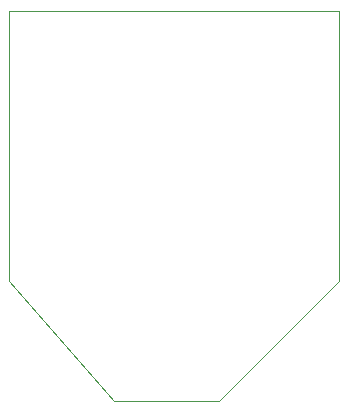
<source format=gm1>
G04 #@! TF.GenerationSoftware,KiCad,Pcbnew,6.0.7+dfsg-1build1*
G04 #@! TF.CreationDate,2022-12-04T12:17:57+01:00*
G04 #@! TF.ProjectId,rfm9xw,72666d39-7877-42e6-9b69-6361645f7063,1*
G04 #@! TF.SameCoordinates,Original*
G04 #@! TF.FileFunction,Profile,NP*
%FSLAX46Y46*%
G04 Gerber Fmt 4.6, Leading zero omitted, Abs format (unit mm)*
G04 Created by KiCad (PCBNEW 6.0.7+dfsg-1build1) date 2022-12-04 12:17:57*
%MOMM*%
%LPD*%
G01*
G04 APERTURE LIST*
G04 #@! TA.AperFunction,Profile*
%ADD10C,0.100000*%
G04 #@! TD*
G04 APERTURE END LIST*
D10*
X87030000Y-68430000D02*
X95920000Y-78590000D01*
X114970000Y-45570000D02*
X87030000Y-45570000D01*
X114970000Y-68430000D02*
X114970000Y-45570000D01*
X104810000Y-78590000D02*
X114970000Y-68430000D01*
X95920000Y-78590000D02*
X104810000Y-78590000D01*
X87030000Y-45570000D02*
X87030000Y-68430000D01*
M02*

</source>
